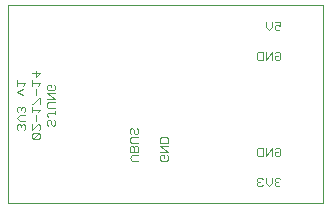
<source format=gbo>
G75*
%MOIN*%
%OFA0B0*%
%FSLAX24Y24*%
%IPPOS*%
%LPD*%
%AMOC8*
5,1,8,0,0,1.08239X$1,22.5*
%
%ADD10C,0.0000*%
%ADD11C,0.0030*%
D10*
X003219Y000180D02*
X003219Y006780D01*
X013719Y006780D01*
X013719Y000180D01*
X003219Y000180D01*
D11*
X007274Y001692D02*
X007371Y001788D01*
X007565Y001788D01*
X007565Y001890D02*
X007274Y001890D01*
X007274Y002035D01*
X007323Y002083D01*
X007371Y002083D01*
X007420Y002035D01*
X007420Y001890D01*
X007565Y001890D02*
X007565Y002035D01*
X007516Y002083D01*
X007468Y002083D01*
X007420Y002035D01*
X007323Y002184D02*
X007274Y002233D01*
X007274Y002329D01*
X007323Y002378D01*
X007565Y002378D01*
X007516Y002479D02*
X007468Y002479D01*
X007420Y002527D01*
X007420Y002624D01*
X007371Y002672D01*
X007323Y002672D01*
X007274Y002624D01*
X007274Y002527D01*
X007323Y002479D01*
X007516Y002479D02*
X007565Y002527D01*
X007565Y002624D01*
X007516Y002672D01*
X008274Y002329D02*
X008323Y002378D01*
X008516Y002378D01*
X008565Y002329D01*
X008565Y002184D01*
X008274Y002184D01*
X008274Y002329D01*
X008274Y002083D02*
X008565Y002083D01*
X008565Y001890D02*
X008274Y001890D01*
X008323Y001788D02*
X008420Y001788D01*
X008420Y001692D01*
X008516Y001788D02*
X008565Y001740D01*
X008565Y001643D01*
X008516Y001595D01*
X008323Y001595D01*
X008274Y001643D01*
X008274Y001740D01*
X008323Y001788D01*
X008565Y001890D02*
X008274Y002083D01*
X007565Y002184D02*
X007323Y002184D01*
X007274Y001692D02*
X007371Y001595D01*
X007565Y001595D01*
X004805Y002807D02*
X004756Y002758D01*
X004708Y002758D01*
X004660Y002807D01*
X004660Y002903D01*
X004611Y002952D01*
X004563Y002952D01*
X004514Y002903D01*
X004514Y002807D01*
X004563Y002758D01*
X004805Y002807D02*
X004805Y002903D01*
X004756Y002952D01*
X004563Y003053D02*
X004514Y003101D01*
X004514Y003150D01*
X004563Y003198D01*
X004805Y003198D01*
X004805Y003150D02*
X004805Y003247D01*
X004805Y003348D02*
X004563Y003348D01*
X004514Y003396D01*
X004514Y003493D01*
X004563Y003541D01*
X004805Y003541D01*
X004805Y003642D02*
X004514Y003642D01*
X004514Y003836D02*
X004805Y003642D01*
X004805Y003836D02*
X004514Y003836D01*
X004563Y003937D02*
X004514Y003985D01*
X004514Y004082D01*
X004563Y004130D01*
X004660Y004130D01*
X004660Y004034D01*
X004756Y004130D02*
X004805Y004082D01*
X004805Y003985D01*
X004756Y003937D01*
X004563Y003937D01*
X004305Y004181D02*
X004208Y004084D01*
X004160Y003983D02*
X004160Y003790D01*
X004256Y003688D02*
X004063Y003495D01*
X004014Y003495D01*
X004014Y003394D02*
X004014Y003200D01*
X004160Y003099D02*
X004160Y002906D01*
X004208Y002805D02*
X004256Y002805D01*
X004305Y002756D01*
X004305Y002659D01*
X004256Y002611D01*
X004256Y002510D02*
X004063Y002510D01*
X004014Y002462D01*
X004014Y002365D01*
X004063Y002316D01*
X004256Y002510D01*
X004305Y002462D01*
X004305Y002365D01*
X004256Y002316D01*
X004063Y002316D01*
X004014Y002611D02*
X004208Y002805D01*
X004014Y002805D02*
X004014Y002611D01*
X003805Y002659D02*
X003805Y002756D01*
X003756Y002805D01*
X003708Y002805D01*
X003660Y002756D01*
X003611Y002805D01*
X003563Y002805D01*
X003514Y002756D01*
X003514Y002659D01*
X003563Y002611D01*
X003660Y002708D02*
X003660Y002756D01*
X003756Y002611D02*
X003805Y002659D01*
X003805Y002906D02*
X003611Y002906D01*
X003514Y003002D01*
X003611Y003099D01*
X003805Y003099D01*
X003756Y003200D02*
X003805Y003249D01*
X003805Y003345D01*
X003756Y003394D01*
X003708Y003394D01*
X003660Y003345D01*
X003611Y003394D01*
X003563Y003394D01*
X003514Y003345D01*
X003514Y003249D01*
X003563Y003200D01*
X003660Y003297D02*
X003660Y003345D01*
X004014Y003297D02*
X004305Y003297D01*
X004208Y003200D01*
X004305Y003495D02*
X004305Y003688D01*
X004256Y003688D01*
X003708Y003790D02*
X003514Y003886D01*
X003708Y003983D01*
X003708Y004084D02*
X003805Y004181D01*
X003514Y004181D01*
X003514Y004084D02*
X003514Y004278D01*
X004014Y004278D02*
X004014Y004084D01*
X004014Y004181D02*
X004305Y004181D01*
X004160Y004379D02*
X004160Y004572D01*
X004305Y004524D02*
X004014Y004524D01*
X004160Y004379D02*
X004305Y004524D01*
X011522Y004983D02*
X011522Y005177D01*
X011570Y005225D01*
X011715Y005225D01*
X011715Y004935D01*
X011570Y004935D01*
X011522Y004983D01*
X011816Y004935D02*
X011816Y005225D01*
X012010Y005225D02*
X011816Y004935D01*
X012010Y004935D02*
X012010Y005225D01*
X012111Y005177D02*
X012159Y005225D01*
X012256Y005225D01*
X012304Y005177D01*
X012304Y004983D01*
X012256Y004935D01*
X012159Y004935D01*
X012111Y004983D01*
X012111Y005080D01*
X012208Y005080D01*
X012159Y005935D02*
X012256Y005935D01*
X012304Y005983D01*
X012159Y005935D02*
X012111Y005983D01*
X012111Y006080D01*
X012159Y006128D01*
X012208Y006128D01*
X012304Y006080D01*
X012304Y006225D01*
X012111Y006225D01*
X012010Y006225D02*
X012010Y006032D01*
X011913Y005935D01*
X011816Y006032D01*
X011816Y006225D01*
X011816Y002025D02*
X011816Y001735D01*
X012010Y002025D01*
X012010Y001735D01*
X012111Y001783D02*
X012111Y001880D01*
X012208Y001880D01*
X012304Y001977D02*
X012304Y001783D01*
X012256Y001735D01*
X012159Y001735D01*
X012111Y001783D01*
X012111Y001977D02*
X012159Y002025D01*
X012256Y002025D01*
X012304Y001977D01*
X011715Y002025D02*
X011715Y001735D01*
X011570Y001735D01*
X011522Y001783D01*
X011522Y001977D01*
X011570Y002025D01*
X011715Y002025D01*
X011667Y001025D02*
X011570Y001025D01*
X011522Y000977D01*
X011522Y000928D01*
X011570Y000880D01*
X011522Y000832D01*
X011522Y000783D01*
X011570Y000735D01*
X011667Y000735D01*
X011715Y000783D01*
X011816Y000832D02*
X011913Y000735D01*
X012010Y000832D01*
X012010Y001025D01*
X012111Y000977D02*
X012111Y000928D01*
X012159Y000880D01*
X012111Y000832D01*
X012111Y000783D01*
X012159Y000735D01*
X012256Y000735D01*
X012304Y000783D01*
X012208Y000880D02*
X012159Y000880D01*
X012111Y000977D02*
X012159Y001025D01*
X012256Y001025D01*
X012304Y000977D01*
X011816Y001025D02*
X011816Y000832D01*
X011618Y000880D02*
X011570Y000880D01*
X011715Y000977D02*
X011667Y001025D01*
M02*

</source>
